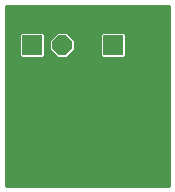
<source format=gbl>
G75*
%MOIN*%
%OFA0B0*%
%FSLAX24Y24*%
%IPPOS*%
%LPD*%
%AMOC8*
5,1,8,0,0,1.08239X$1,22.5*
%
%ADD10OC8,0.0650*%
%ADD11R,0.0650X0.0650*%
%ADD12C,0.0100*%
%ADD13C,0.0250*%
D10*
X002225Y005055D03*
X004925Y005055D03*
D11*
X003925Y005055D03*
X001225Y005055D03*
D12*
X000350Y006355D02*
X000350Y000355D01*
X005800Y000355D01*
X005800Y006355D01*
X000350Y006355D01*
X000350Y006312D02*
X005800Y006312D01*
X005800Y006214D02*
X000350Y006214D01*
X000350Y006115D02*
X005800Y006115D01*
X005800Y006017D02*
X000350Y006017D01*
X000350Y005918D02*
X005800Y005918D01*
X005800Y005820D02*
X000350Y005820D01*
X000350Y005721D02*
X005800Y005721D01*
X005800Y005623D02*
X000350Y005623D01*
X000350Y005524D02*
X005800Y005524D01*
X005800Y005426D02*
X004360Y005426D01*
X004360Y005425D02*
X004295Y005490D01*
X003555Y005490D01*
X003490Y005425D01*
X003490Y004685D01*
X003555Y004620D01*
X004295Y004620D01*
X004360Y004685D01*
X004360Y005425D01*
X004360Y005327D02*
X005800Y005327D01*
X005800Y005229D02*
X004360Y005229D01*
X004360Y005130D02*
X005800Y005130D01*
X005800Y005032D02*
X004360Y005032D01*
X004360Y004933D02*
X005800Y004933D01*
X005800Y004835D02*
X004360Y004835D01*
X004360Y004736D02*
X005800Y004736D01*
X005800Y004638D02*
X004313Y004638D01*
X003537Y004638D02*
X002422Y004638D01*
X002405Y004620D02*
X002660Y004875D01*
X002660Y005235D01*
X002405Y005490D01*
X002045Y005490D01*
X001790Y005235D01*
X001790Y004875D01*
X002045Y004620D01*
X002405Y004620D01*
X002521Y004736D02*
X003490Y004736D01*
X003490Y004835D02*
X002619Y004835D01*
X002660Y004933D02*
X003490Y004933D01*
X003490Y005032D02*
X002660Y005032D01*
X002660Y005130D02*
X003490Y005130D01*
X003490Y005229D02*
X002660Y005229D01*
X002568Y005327D02*
X003490Y005327D01*
X003490Y005426D02*
X002469Y005426D01*
X001981Y005426D02*
X001660Y005426D01*
X001660Y005425D02*
X001595Y005490D01*
X000855Y005490D01*
X000790Y005425D01*
X000790Y004685D01*
X000855Y004620D01*
X001595Y004620D01*
X001660Y004685D01*
X001660Y005425D01*
X001660Y005327D02*
X001882Y005327D01*
X001790Y005229D02*
X001660Y005229D01*
X001660Y005130D02*
X001790Y005130D01*
X001790Y005032D02*
X001660Y005032D01*
X001660Y004933D02*
X001790Y004933D01*
X001831Y004835D02*
X001660Y004835D01*
X001660Y004736D02*
X001929Y004736D01*
X002028Y004638D02*
X001613Y004638D01*
X000837Y004638D02*
X000350Y004638D01*
X000350Y004736D02*
X000790Y004736D01*
X000790Y004835D02*
X000350Y004835D01*
X000350Y004933D02*
X000790Y004933D01*
X000790Y005032D02*
X000350Y005032D01*
X000350Y005130D02*
X000790Y005130D01*
X000790Y005229D02*
X000350Y005229D01*
X000350Y005327D02*
X000790Y005327D01*
X000790Y005426D02*
X000350Y005426D01*
X000350Y004539D02*
X005800Y004539D01*
X005800Y004441D02*
X000350Y004441D01*
X000350Y004342D02*
X005800Y004342D01*
X005800Y004244D02*
X000350Y004244D01*
X000350Y004145D02*
X005800Y004145D01*
X005800Y004047D02*
X000350Y004047D01*
X000350Y003948D02*
X005800Y003948D01*
X005800Y003850D02*
X000350Y003850D01*
X000350Y003751D02*
X005800Y003751D01*
X005800Y003653D02*
X000350Y003653D01*
X000350Y003554D02*
X005800Y003554D01*
X005800Y003456D02*
X000350Y003456D01*
X000350Y003357D02*
X005800Y003357D01*
X005800Y003259D02*
X000350Y003259D01*
X000350Y003160D02*
X005800Y003160D01*
X005800Y003062D02*
X000350Y003062D01*
X000350Y002963D02*
X005800Y002963D01*
X005800Y002865D02*
X000350Y002865D01*
X000350Y002766D02*
X005800Y002766D01*
X005800Y002668D02*
X000350Y002668D01*
X000350Y002569D02*
X005800Y002569D01*
X005800Y002471D02*
X000350Y002471D01*
X000350Y002372D02*
X005800Y002372D01*
X005800Y002274D02*
X000350Y002274D01*
X000350Y002175D02*
X005800Y002175D01*
X005800Y002077D02*
X000350Y002077D01*
X000350Y001978D02*
X005800Y001978D01*
X005800Y001880D02*
X000350Y001880D01*
X000350Y001781D02*
X005800Y001781D01*
X005800Y001683D02*
X000350Y001683D01*
X000350Y001584D02*
X005800Y001584D01*
X005800Y001486D02*
X000350Y001486D01*
X000350Y001387D02*
X005800Y001387D01*
X005800Y001289D02*
X000350Y001289D01*
X000350Y001190D02*
X005800Y001190D01*
X005800Y001092D02*
X000350Y001092D01*
X000350Y000993D02*
X005800Y000993D01*
X005800Y000895D02*
X000350Y000895D01*
X000350Y000796D02*
X005800Y000796D01*
X005800Y000698D02*
X000350Y000698D01*
X000350Y000599D02*
X005800Y000599D01*
X005800Y000501D02*
X000350Y000501D01*
X000350Y000402D02*
X005800Y000402D01*
D13*
X005650Y000555D03*
X004950Y001055D03*
X004600Y001405D03*
X003850Y001305D03*
X004150Y000555D03*
X004850Y000505D03*
X005600Y001605D03*
X005600Y002230D03*
X005575Y003280D03*
X004450Y003455D03*
X003600Y003105D03*
X003050Y003405D03*
X002550Y003155D03*
X001650Y003455D03*
X000550Y003505D03*
X000550Y001655D03*
X001100Y001405D03*
X001400Y000605D03*
X001900Y001455D03*
X002200Y000605D03*
X002900Y001255D03*
X003200Y000605D03*
X000550Y000605D03*
X003075Y006080D03*
X004350Y006055D03*
X005650Y006105D03*
X001700Y006105D03*
X000600Y006105D03*
M02*

</source>
